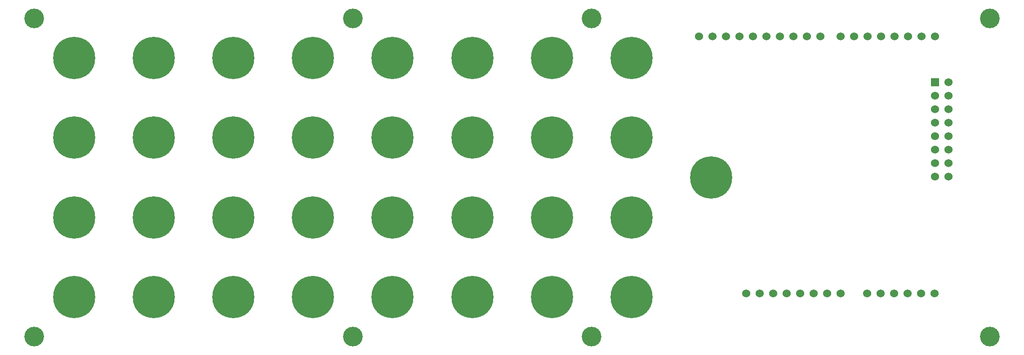
<source format=gbs>
G04 (created by PCBNEW-RS274X (2012-apr-16-27)-stable) date Tue 27 Aug 2013 03:52:19 AM UTC*
G01*
G70*
G90*
%MOIN*%
G04 Gerber Fmt 3.4, Leading zero omitted, Abs format*
%FSLAX34Y34*%
G04 APERTURE LIST*
%ADD10C,0.006000*%
%ADD11C,0.312200*%
%ADD12C,0.145700*%
%ADD13R,0.060000X0.060000*%
%ADD14C,0.060000*%
G04 APERTURE END LIST*
G54D10*
G54D11*
X21654Y-23622D03*
X27559Y-23622D03*
X33465Y-23622D03*
X39370Y-23622D03*
X45276Y-23622D03*
X51181Y-23622D03*
X57087Y-23622D03*
X62992Y-23622D03*
X21654Y-29528D03*
X27559Y-29528D03*
X33465Y-29528D03*
X39370Y-29528D03*
X45276Y-29528D03*
X51181Y-29528D03*
X57087Y-29528D03*
X62992Y-29528D03*
X62992Y-35433D03*
X57087Y-35433D03*
X51181Y-35433D03*
X45276Y-35433D03*
X39370Y-35433D03*
X33465Y-35433D03*
X27559Y-35433D03*
X21654Y-35433D03*
X21654Y-41339D03*
X27559Y-41339D03*
X33465Y-41339D03*
X39370Y-41339D03*
X45276Y-41339D03*
X51181Y-41339D03*
X57087Y-41339D03*
X62992Y-41339D03*
G54D12*
X18701Y-20669D03*
X42323Y-20669D03*
X60039Y-20669D03*
X89567Y-20669D03*
X89567Y-44291D03*
X60039Y-44291D03*
X42323Y-44291D03*
X18701Y-44291D03*
G54D11*
X68898Y-32480D03*
G54D13*
X85510Y-25400D03*
G54D14*
X86510Y-25400D03*
X85510Y-26400D03*
X86510Y-26400D03*
X85510Y-27400D03*
X86510Y-27400D03*
X85510Y-28400D03*
X86510Y-28400D03*
X85510Y-29400D03*
X86510Y-29400D03*
X71490Y-41080D03*
X72490Y-41080D03*
X73490Y-41080D03*
X74490Y-41080D03*
X75490Y-41080D03*
X76490Y-41080D03*
X77490Y-41080D03*
X78490Y-41080D03*
X80480Y-41080D03*
X81480Y-41080D03*
X82480Y-41080D03*
X83480Y-41080D03*
X84480Y-41080D03*
X85480Y-41080D03*
X85510Y-30400D03*
X85510Y-31400D03*
X85510Y-32400D03*
X86510Y-32400D03*
X86510Y-31400D03*
X86510Y-30400D03*
X85510Y-22000D03*
X84510Y-22000D03*
X83510Y-22000D03*
X82510Y-22000D03*
X81510Y-22000D03*
X80510Y-22000D03*
X79510Y-22000D03*
X78510Y-22000D03*
X77000Y-22000D03*
X76000Y-22000D03*
X75000Y-22000D03*
X74000Y-22000D03*
X73000Y-22000D03*
X72000Y-22000D03*
X71000Y-22000D03*
X70000Y-22000D03*
X69000Y-22000D03*
X68000Y-22000D03*
M02*

</source>
